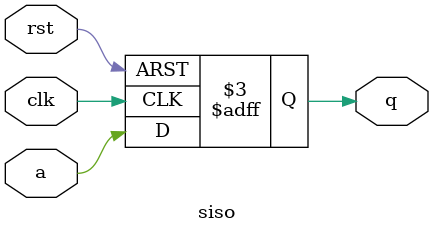
<source format=v>
module siso ( clk , rst , a , q);
input a;
input clk ,rst;
output q;
reg q;
always @ ( posedge clk ,posedge rst)
begin 
if (rst == 1'b1)
q<= 1'b0;
else 
q<=a;
end
endmodule

</source>
